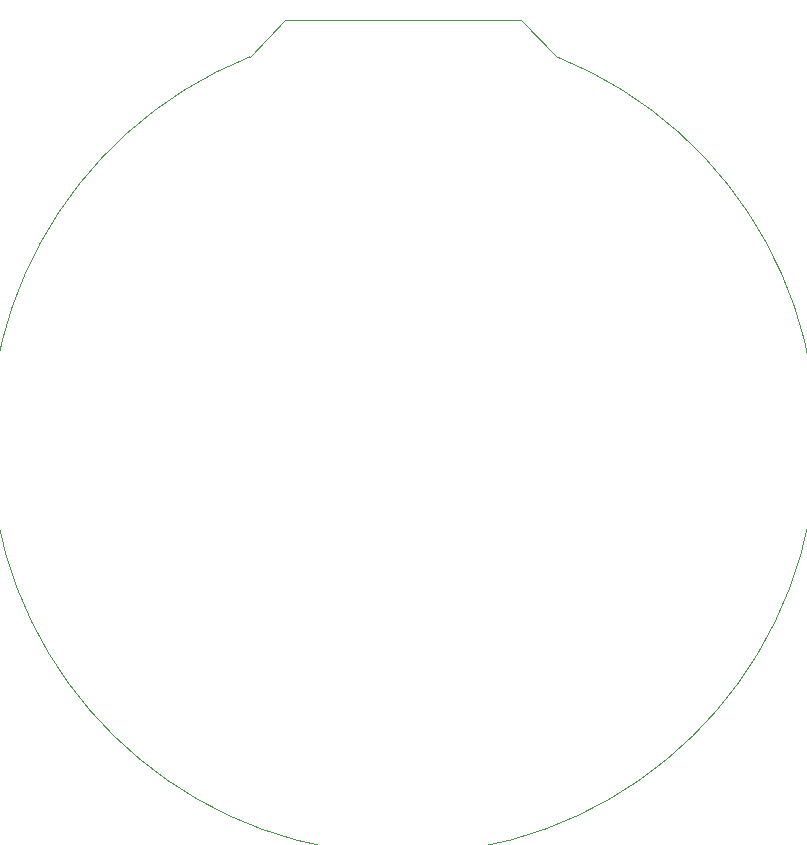
<source format=gbr>
%TF.GenerationSoftware,KiCad,Pcbnew,8.0.7*%
%TF.CreationDate,2024-12-28T18:39:16-05:00*%
%TF.ProjectId,nob,6e6f622e-6b69-4636-9164-5f7063625858,rev?*%
%TF.SameCoordinates,Original*%
%TF.FileFunction,Profile,NP*%
%FSLAX46Y46*%
G04 Gerber Fmt 4.6, Leading zero omitted, Abs format (unit mm)*
G04 Created by KiCad (PCBNEW 8.0.7) date 2024-12-28 18:39:16*
%MOMM*%
%LPD*%
G01*
G04 APERTURE LIST*
%TA.AperFunction,Profile*%
%ADD10C,0.050000*%
%TD*%
G04 APERTURE END LIST*
D10*
X143000000Y-37500000D02*
G75*
G02*
X117000000Y-37500000I-13000000J-32500000D01*
G01*
X120000000Y-34400000D02*
X140000000Y-34400000D01*
X117000000Y-37500000D02*
X120000000Y-34400000D01*
X140000000Y-34400000D02*
X143000000Y-37500000D01*
M02*

</source>
